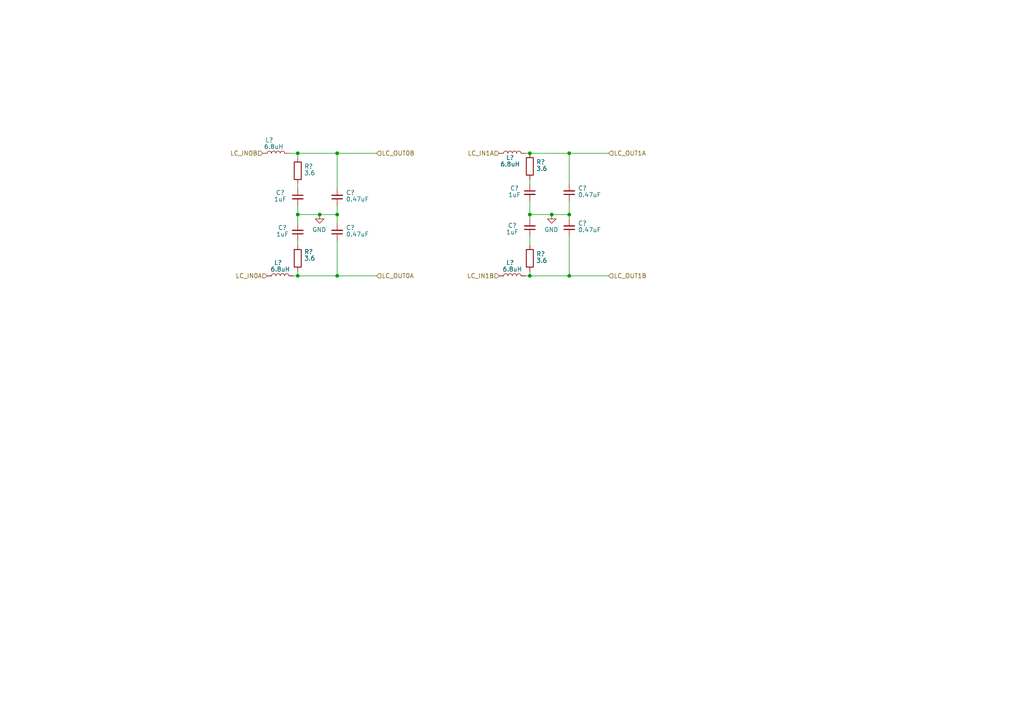
<source format=kicad_sch>
(kicad_sch (version 20211123) (generator eeschema)

  (uuid d18a2fa9-4ed8-4712-b339-6a7ef7f7888d)

  (paper "A4")

  (lib_symbols
    (symbol "Device:C_Small" (pin_numbers hide) (pin_names (offset 0.254) hide) (in_bom yes) (on_board yes)
      (property "Reference" "C" (id 0) (at 0.254 1.778 0)
        (effects (font (size 1.27 1.27)) (justify left))
      )
      (property "Value" "C_Small" (id 1) (at 0.254 -2.032 0)
        (effects (font (size 1.27 1.27)) (justify left))
      )
      (property "Footprint" "" (id 2) (at 0 0 0)
        (effects (font (size 1.27 1.27)) hide)
      )
      (property "Datasheet" "~" (id 3) (at 0 0 0)
        (effects (font (size 1.27 1.27)) hide)
      )
      (property "ki_keywords" "capacitor cap" (id 4) (at 0 0 0)
        (effects (font (size 1.27 1.27)) hide)
      )
      (property "ki_description" "Unpolarized capacitor, small symbol" (id 5) (at 0 0 0)
        (effects (font (size 1.27 1.27)) hide)
      )
      (property "ki_fp_filters" "C_*" (id 6) (at 0 0 0)
        (effects (font (size 1.27 1.27)) hide)
      )
      (symbol "C_Small_0_1"
        (polyline
          (pts
            (xy -1.524 -0.508)
            (xy 1.524 -0.508)
          )
          (stroke (width 0.3302) (type default) (color 0 0 0 0))
          (fill (type none))
        )
        (polyline
          (pts
            (xy -1.524 0.508)
            (xy 1.524 0.508)
          )
          (stroke (width 0.3048) (type default) (color 0 0 0 0))
          (fill (type none))
        )
      )
      (symbol "C_Small_1_1"
        (pin passive line (at 0 2.54 270) (length 2.032)
          (name "~" (effects (font (size 1.27 1.27))))
          (number "1" (effects (font (size 1.27 1.27))))
        )
        (pin passive line (at 0 -2.54 90) (length 2.032)
          (name "~" (effects (font (size 1.27 1.27))))
          (number "2" (effects (font (size 1.27 1.27))))
        )
      )
    )
    (symbol "Device:L" (pin_numbers hide) (pin_names (offset 1.016) hide) (in_bom yes) (on_board yes)
      (property "Reference" "L" (id 0) (at -1.27 0 90)
        (effects (font (size 1.27 1.27)))
      )
      (property "Value" "L" (id 1) (at 1.905 0 90)
        (effects (font (size 1.27 1.27)))
      )
      (property "Footprint" "" (id 2) (at 0 0 0)
        (effects (font (size 1.27 1.27)) hide)
      )
      (property "Datasheet" "~" (id 3) (at 0 0 0)
        (effects (font (size 1.27 1.27)) hide)
      )
      (property "ki_keywords" "inductor choke coil reactor magnetic" (id 4) (at 0 0 0)
        (effects (font (size 1.27 1.27)) hide)
      )
      (property "ki_description" "Inductor" (id 5) (at 0 0 0)
        (effects (font (size 1.27 1.27)) hide)
      )
      (property "ki_fp_filters" "Choke_* *Coil* Inductor_* L_*" (id 6) (at 0 0 0)
        (effects (font (size 1.27 1.27)) hide)
      )
      (symbol "L_0_1"
        (arc (start 0 -2.54) (mid 0.635 -1.905) (end 0 -1.27)
          (stroke (width 0) (type default) (color 0 0 0 0))
          (fill (type none))
        )
        (arc (start 0 -1.27) (mid 0.635 -0.635) (end 0 0)
          (stroke (width 0) (type default) (color 0 0 0 0))
          (fill (type none))
        )
        (arc (start 0 0) (mid 0.635 0.635) (end 0 1.27)
          (stroke (width 0) (type default) (color 0 0 0 0))
          (fill (type none))
        )
        (arc (start 0 1.27) (mid 0.635 1.905) (end 0 2.54)
          (stroke (width 0) (type default) (color 0 0 0 0))
          (fill (type none))
        )
      )
      (symbol "L_1_1"
        (pin passive line (at 0 3.81 270) (length 1.27)
          (name "1" (effects (font (size 1.27 1.27))))
          (number "1" (effects (font (size 1.27 1.27))))
        )
        (pin passive line (at 0 -3.81 90) (length 1.27)
          (name "2" (effects (font (size 1.27 1.27))))
          (number "2" (effects (font (size 1.27 1.27))))
        )
      )
    )
    (symbol "Device:R" (pin_numbers hide) (pin_names (offset 0)) (in_bom yes) (on_board yes)
      (property "Reference" "R" (id 0) (at 2.032 0 90)
        (effects (font (size 1.27 1.27)))
      )
      (property "Value" "R" (id 1) (at 0 0 90)
        (effects (font (size 1.27 1.27)))
      )
      (property "Footprint" "" (id 2) (at -1.778 0 90)
        (effects (font (size 1.27 1.27)) hide)
      )
      (property "Datasheet" "~" (id 3) (at 0 0 0)
        (effects (font (size 1.27 1.27)) hide)
      )
      (property "ki_keywords" "R res resistor" (id 4) (at 0 0 0)
        (effects (font (size 1.27 1.27)) hide)
      )
      (property "ki_description" "Resistor" (id 5) (at 0 0 0)
        (effects (font (size 1.27 1.27)) hide)
      )
      (property "ki_fp_filters" "R_*" (id 6) (at 0 0 0)
        (effects (font (size 1.27 1.27)) hide)
      )
      (symbol "R_0_1"
        (rectangle (start -1.016 -2.54) (end 1.016 2.54)
          (stroke (width 0.254) (type default) (color 0 0 0 0))
          (fill (type none))
        )
      )
      (symbol "R_1_1"
        (pin passive line (at 0 3.81 270) (length 1.27)
          (name "~" (effects (font (size 1.27 1.27))))
          (number "1" (effects (font (size 1.27 1.27))))
        )
        (pin passive line (at 0 -3.81 90) (length 1.27)
          (name "~" (effects (font (size 1.27 1.27))))
          (number "2" (effects (font (size 1.27 1.27))))
        )
      )
    )
    (symbol "power:GND" (power) (pin_names (offset 0)) (in_bom yes) (on_board yes)
      (property "Reference" "#PWR" (id 0) (at 0 -6.35 0)
        (effects (font (size 1.27 1.27)) hide)
      )
      (property "Value" "GND" (id 1) (at 0 -3.81 0)
        (effects (font (size 1.27 1.27)))
      )
      (property "Footprint" "" (id 2) (at 0 0 0)
        (effects (font (size 1.27 1.27)) hide)
      )
      (property "Datasheet" "" (id 3) (at 0 0 0)
        (effects (font (size 1.27 1.27)) hide)
      )
      (property "ki_keywords" "power-flag" (id 4) (at 0 0 0)
        (effects (font (size 1.27 1.27)) hide)
      )
      (property "ki_description" "Power symbol creates a global label with name \"GND\" , ground" (id 5) (at 0 0 0)
        (effects (font (size 1.27 1.27)) hide)
      )
      (symbol "GND_0_1"
        (polyline
          (pts
            (xy 0 0)
            (xy 0 -1.27)
            (xy 1.27 -1.27)
            (xy 0 -2.54)
            (xy -1.27 -1.27)
            (xy 0 -1.27)
          )
          (stroke (width 0) (type default) (color 0 0 0 0))
          (fill (type none))
        )
      )
      (symbol "GND_1_1"
        (pin power_in line (at 0 0 270) (length 0) hide
          (name "GND" (effects (font (size 1.27 1.27))))
          (number "1" (effects (font (size 1.27 1.27))))
        )
      )
    )
  )

  (junction (at 153.67 80.01) (diameter 0) (color 0 0 0 0)
    (uuid 02493846-f958-405f-a516-2171b4bd94f1)
  )
  (junction (at 165.1 44.45) (diameter 0) (color 0 0 0 0)
    (uuid 1517df96-16b7-4fd8-9176-df5e9a5a60fa)
  )
  (junction (at 92.71 62.23) (diameter 0) (color 0 0 0 0)
    (uuid 1cd40068-eea1-4887-9c1f-043110c676a0)
  )
  (junction (at 97.79 44.45) (diameter 0) (color 0 0 0 0)
    (uuid 6d2b84ee-cf92-4bf1-b56c-67184fb6e0cf)
  )
  (junction (at 86.36 62.23) (diameter 0) (color 0 0 0 0)
    (uuid 8f4ede05-4b84-480b-a2d2-7cdf3c1ef57f)
  )
  (junction (at 160.02 62.23) (diameter 0) (color 0 0 0 0)
    (uuid 9b4dc6f0-fbaa-4fd7-98e8-7206d03a2e14)
  )
  (junction (at 153.67 62.23) (diameter 0) (color 0 0 0 0)
    (uuid a27dce9e-55da-45bb-ae4a-6bb034596a04)
  )
  (junction (at 153.67 44.45) (diameter 0) (color 0 0 0 0)
    (uuid cad4c1f3-875b-4046-8c66-6a43b4f2f06e)
  )
  (junction (at 86.36 44.45) (diameter 0) (color 0 0 0 0)
    (uuid d048d222-d936-46ef-a8b5-d87cab7ae70b)
  )
  (junction (at 165.1 80.01) (diameter 0) (color 0 0 0 0)
    (uuid d650b8ff-1b80-47a7-a9fc-ce93c51a7148)
  )
  (junction (at 165.1 62.23) (diameter 0) (color 0 0 0 0)
    (uuid dfcf2993-67f8-4f77-8352-e5a8c0fb465d)
  )
  (junction (at 97.79 80.01) (diameter 0) (color 0 0 0 0)
    (uuid e3a698f8-8f91-4acc-b313-375ae5491249)
  )
  (junction (at 97.79 62.23) (diameter 0) (color 0 0 0 0)
    (uuid e6082a77-5360-485c-84af-ceb1d7be2cd1)
  )
  (junction (at 86.36 80.01) (diameter 0) (color 0 0 0 0)
    (uuid f732a6e0-8963-4906-882f-c315a48e70e8)
  )

  (wire (pts (xy 153.67 58.42) (xy 153.67 62.23))
    (stroke (width 0) (type default) (color 0 0 0 0))
    (uuid 0189025d-0c23-49a5-8346-7ea715d6f9fd)
  )
  (wire (pts (xy 152.4 80.01) (xy 153.67 80.01))
    (stroke (width 0) (type default) (color 0 0 0 0))
    (uuid 08f5bf5c-713b-4c97-b968-59159a5869d8)
  )
  (wire (pts (xy 165.1 62.23) (xy 165.1 63.5))
    (stroke (width 0) (type default) (color 0 0 0 0))
    (uuid 0ccc2d03-a695-4fb1-b87f-44cf3daebaa3)
  )
  (wire (pts (xy 153.67 44.45) (xy 165.1 44.45))
    (stroke (width 0) (type default) (color 0 0 0 0))
    (uuid 0d045cc7-9794-4723-80f0-fac3a9f54cf0)
  )
  (wire (pts (xy 97.79 69.85) (xy 97.79 80.01))
    (stroke (width 0) (type default) (color 0 0 0 0))
    (uuid 23441198-1130-4cfe-b4ba-36c17e16ef6c)
  )
  (wire (pts (xy 97.79 80.01) (xy 109.22 80.01))
    (stroke (width 0) (type default) (color 0 0 0 0))
    (uuid 2987ed79-d6f1-4c34-8490-ea024508db07)
  )
  (wire (pts (xy 86.36 62.23) (xy 86.36 64.77))
    (stroke (width 0) (type default) (color 0 0 0 0))
    (uuid 2b48a2a3-e156-481e-b39b-e26a78c1dcbb)
  )
  (wire (pts (xy 160.02 62.23) (xy 165.1 62.23))
    (stroke (width 0) (type default) (color 0 0 0 0))
    (uuid 3462bd9b-7c5c-4cab-8f4a-cb956177d621)
  )
  (wire (pts (xy 165.1 58.42) (xy 165.1 62.23))
    (stroke (width 0) (type default) (color 0 0 0 0))
    (uuid 47cec1f2-e0e6-43c9-a77b-7152f8a1b321)
  )
  (wire (pts (xy 86.36 59.69) (xy 86.36 62.23))
    (stroke (width 0) (type default) (color 0 0 0 0))
    (uuid 4fe908df-b2df-40ce-bc44-1df0b7b0ed2f)
  )
  (wire (pts (xy 86.36 54.61) (xy 86.36 53.34))
    (stroke (width 0) (type default) (color 0 0 0 0))
    (uuid 504a527c-6370-4e8c-a93c-a193e6eb17f1)
  )
  (wire (pts (xy 153.67 62.23) (xy 153.67 63.5))
    (stroke (width 0) (type default) (color 0 0 0 0))
    (uuid 678fedaa-97b0-430f-8147-24a4b9a0782f)
  )
  (wire (pts (xy 86.36 78.74) (xy 86.36 80.01))
    (stroke (width 0) (type default) (color 0 0 0 0))
    (uuid 7aa0de36-1ebd-4dda-8aa6-654e7fdee81b)
  )
  (wire (pts (xy 86.36 80.01) (xy 97.79 80.01))
    (stroke (width 0) (type default) (color 0 0 0 0))
    (uuid 7d4af979-dd5a-43f2-b3cb-435588928857)
  )
  (wire (pts (xy 97.79 59.69) (xy 97.79 62.23))
    (stroke (width 0) (type default) (color 0 0 0 0))
    (uuid 845efd95-346a-4a8a-b760-a78bddb5b4a4)
  )
  (wire (pts (xy 176.53 80.01) (xy 165.1 80.01))
    (stroke (width 0) (type default) (color 0 0 0 0))
    (uuid 84d5651a-db5c-46e5-a5e6-54c8cce0b92d)
  )
  (wire (pts (xy 97.79 44.45) (xy 109.22 44.45))
    (stroke (width 0) (type default) (color 0 0 0 0))
    (uuid 8d97c4fd-53e2-42c7-91eb-01c16b6bb90c)
  )
  (wire (pts (xy 153.67 68.58) (xy 153.67 71.12))
    (stroke (width 0) (type default) (color 0 0 0 0))
    (uuid 8e742aba-307a-45d9-840f-c97bd9cec9cd)
  )
  (wire (pts (xy 97.79 44.45) (xy 97.79 54.61))
    (stroke (width 0) (type default) (color 0 0 0 0))
    (uuid 92d9d55f-d614-4130-9e59-4c0582f35b68)
  )
  (wire (pts (xy 86.36 62.23) (xy 92.71 62.23))
    (stroke (width 0) (type default) (color 0 0 0 0))
    (uuid 93d21ec3-cda0-4c1c-aad3-b9e325ed704d)
  )
  (wire (pts (xy 153.67 53.34) (xy 153.67 52.07))
    (stroke (width 0) (type default) (color 0 0 0 0))
    (uuid 94b5a0c4-b116-4182-864e-44f61caa1cba)
  )
  (wire (pts (xy 153.67 78.74) (xy 153.67 80.01))
    (stroke (width 0) (type default) (color 0 0 0 0))
    (uuid 9af4ebda-06cf-4e53-b27d-bda02358af19)
  )
  (wire (pts (xy 86.36 45.72) (xy 86.36 44.45))
    (stroke (width 0) (type default) (color 0 0 0 0))
    (uuid 9bd42387-61ce-4d3b-92d7-cbe074dac1eb)
  )
  (wire (pts (xy 92.71 62.23) (xy 97.79 62.23))
    (stroke (width 0) (type default) (color 0 0 0 0))
    (uuid a44b5afd-8672-4f25-92ac-1005e5ac004f)
  )
  (wire (pts (xy 86.36 69.85) (xy 86.36 71.12))
    (stroke (width 0) (type default) (color 0 0 0 0))
    (uuid a97940f6-2d2b-430d-bfd2-14cf5f44a091)
  )
  (wire (pts (xy 165.1 68.58) (xy 165.1 80.01))
    (stroke (width 0) (type default) (color 0 0 0 0))
    (uuid b17e5da2-198e-4bee-8e5d-74c1eaab1946)
  )
  (wire (pts (xy 97.79 62.23) (xy 97.79 64.77))
    (stroke (width 0) (type default) (color 0 0 0 0))
    (uuid b3f57990-3d4a-445e-97ab-426e5461ea36)
  )
  (wire (pts (xy 165.1 44.45) (xy 165.1 53.34))
    (stroke (width 0) (type default) (color 0 0 0 0))
    (uuid c8570c2e-fc2d-487c-a0fa-1a5ac7e36d96)
  )
  (wire (pts (xy 153.67 80.01) (xy 165.1 80.01))
    (stroke (width 0) (type default) (color 0 0 0 0))
    (uuid d0a0da7b-c905-46fb-9cd2-cdee0fd4a4fd)
  )
  (wire (pts (xy 86.36 44.45) (xy 97.79 44.45))
    (stroke (width 0) (type default) (color 0 0 0 0))
    (uuid d9151250-328c-40ce-b989-369eda100946)
  )
  (wire (pts (xy 153.67 62.23) (xy 160.02 62.23))
    (stroke (width 0) (type default) (color 0 0 0 0))
    (uuid e5a79f49-8b36-41d6-9c4f-ff90836ee32e)
  )
  (wire (pts (xy 83.82 44.45) (xy 86.36 44.45))
    (stroke (width 0) (type default) (color 0 0 0 0))
    (uuid ed26dad3-0d45-43a9-998e-72032f5034ce)
  )
  (wire (pts (xy 85.09 80.01) (xy 86.36 80.01))
    (stroke (width 0) (type default) (color 0 0 0 0))
    (uuid ee9b2c27-490b-42fd-984a-b7f315390e8e)
  )
  (wire (pts (xy 152.4 44.45) (xy 153.67 44.45))
    (stroke (width 0) (type default) (color 0 0 0 0))
    (uuid f440d7e9-c238-4518-b5d6-f9a9ba9a92b2)
  )
  (wire (pts (xy 165.1 44.45) (xy 176.53 44.45))
    (stroke (width 0) (type default) (color 0 0 0 0))
    (uuid f7e47834-e17b-4e37-9660-307e9f26b75c)
  )

  (hierarchical_label "LC_OUT0A" (shape input) (at 109.22 80.01 0)
    (effects (font (size 1.27 1.27)) (justify left))
    (uuid 213f38a9-b0fb-4dca-8a4e-28b638772f5c)
  )
  (hierarchical_label "LC_OUT1A" (shape input) (at 176.53 44.45 0)
    (effects (font (size 1.27 1.27)) (justify left))
    (uuid 2e826b4b-fdab-4ded-8d1a-3fd39bd772fe)
  )
  (hierarchical_label "LC_IN1A" (shape input) (at 144.78 44.45 180)
    (effects (font (size 1.27 1.27)) (justify right))
    (uuid 336dc719-c895-45d9-ba83-641a2b3f4cf3)
  )
  (hierarchical_label "LC_IN1B" (shape input) (at 144.78 80.01 180)
    (effects (font (size 1.27 1.27)) (justify right))
    (uuid 41648858-14b0-4af5-adf8-e373bac32fd8)
  )
  (hierarchical_label "LC_OUT1B" (shape input) (at 176.53 80.01 0)
    (effects (font (size 1.27 1.27)) (justify left))
    (uuid 5aff567d-c33e-45a9-a80f-fb9143f0218c)
  )
  (hierarchical_label "LC_IN0A" (shape input) (at 77.47 80.01 180)
    (effects (font (size 1.27 1.27)) (justify right))
    (uuid df3b74ef-e1da-4479-aa56-4e44cec35ce6)
  )
  (hierarchical_label "LC_INOB" (shape input) (at 76.2 44.45 180)
    (effects (font (size 1.27 1.27)) (justify right))
    (uuid efe78d38-67f7-4515-aa8e-96595c7d90d2)
  )
  (hierarchical_label "LC_OUT0B" (shape input) (at 109.22 44.45 0)
    (effects (font (size 1.27 1.27)) (justify left))
    (uuid f503df6b-ed19-4453-93a8-e9cefde05db5)
  )

  (symbol (lib_id "Device:L") (at 148.59 44.45 270) (mirror x) (unit 1)
    (in_bom yes) (on_board yes)
    (uuid 03fbe713-f5e4-41f7-94a7-2f6fbe8f728f)
    (property "Reference" "L?" (id 0) (at 147.955 45.72 90))
    (property "Value" "6.8uH" (id 1) (at 147.955 47.625 90))
    (property "Footprint" "Inductor_Murata_TH:L_Radial_TH_Murata_D16.9_P14.0" (id 2) (at 148.59 44.45 0)
      (effects (font (size 1.27 1.27)) hide)
    )
    (property "Datasheet" "~" (id 3) (at 148.59 44.45 0)
      (effects (font (size 1.27 1.27)) hide)
    )
    (property "manufacturerRef" "RLB9012-6R8ML" (id 4) (at 148.59 44.45 0)
      (effects (font (size 1.27 1.27)) hide)
    )
    (property "property_1" "D9.0xH12.2" (id 5) (at 148.59 44.45 0)
      (effects (font (size 1.27 1.27)) hide)
    )
    (property "price" "1,49" (id 6) (at 148.59 44.45 0)
      (effects (font (size 1.27 1.27)) hide)
    )
    (pin "1" (uuid d4db133b-125a-4e07-86d9-073c1eefae35))
    (pin "2" (uuid dd8de25e-e2a4-43be-a42d-8cd4113a6a52))
  )

  (symbol (lib_id "Device:R") (at 153.67 48.26 0) (mirror y) (unit 1)
    (in_bom yes) (on_board yes)
    (uuid 07058d07-51f9-4549-ab64-2d64f8002bb0)
    (property "Reference" "R?" (id 0) (at 158.115 46.99 0)
      (effects (font (size 1.27 1.27)) (justify left))
    )
    (property "Value" "3.6" (id 1) (at 158.75 48.895 0)
      (effects (font (size 1.27 1.27)) (justify left))
    )
    (property "Footprint" "Resistor_SMD:R_1206_3216Metric" (id 2) (at 155.448 48.26 90)
      (effects (font (size 1.27 1.27)) hide)
    )
    (property "Datasheet" "~" (id 3) (at 153.67 48.26 0)
      (effects (font (size 1.27 1.27)) hide)
    )
    (property "price" "0,14" (id 4) (at 153.67 48.26 0)
      (effects (font (size 1.27 1.27)) hide)
    )
    (pin "1" (uuid 115504bf-9ab5-4fd3-8d1e-83a8073448ac))
    (pin "2" (uuid 2633441c-15c4-492e-a9c3-c1d974e6317e))
  )

  (symbol (lib_id "power:GND") (at 160.02 62.23 0) (mirror y) (unit 1)
    (in_bom yes) (on_board yes)
    (uuid 308ab840-eb27-4847-a828-ebc4852de50e)
    (property "Reference" "#PWR?" (id 0) (at 160.02 68.58 0)
      (effects (font (size 1.27 1.27)) hide)
    )
    (property "Value" "GND" (id 1) (at 159.893 66.6242 0))
    (property "Footprint" "" (id 2) (at 160.02 62.23 0)
      (effects (font (size 1.27 1.27)) hide)
    )
    (property "Datasheet" "" (id 3) (at 160.02 62.23 0)
      (effects (font (size 1.27 1.27)) hide)
    )
    (pin "1" (uuid b7eee0ae-b3b0-49dd-83ca-0df208022ab0))
  )

  (symbol (lib_id "Device:C_Small") (at 97.79 57.15 180) (unit 1)
    (in_bom yes) (on_board yes)
    (uuid 4356c77e-84fd-4c1b-bb67-5b727d119047)
    (property "Reference" "C?" (id 0) (at 100.33 55.88 0)
      (effects (font (size 1.27 1.27)) (justify right))
    )
    (property "Value" "0.47uF" (id 1) (at 100.33 57.785 0)
      (effects (font (size 1.27 1.27)) (justify right))
    )
    (property "Footprint" "Capacitor_TH_TDK:C_Rect_L7.3_W4.5_P5.0" (id 2) (at 96.8248 53.34 0)
      (effects (font (size 1.27 1.27)) hide)
    )
    (property "Datasheet" "~" (id 3) (at 97.79 57.15 0)
      (effects (font (size 1.27 1.27)) hide)
    )
    (property "infineonRef" "C0B1" (id 4) (at 97.79 57.15 0)
      (effects (font (size 1.27 1.27)) hide)
    )
    (property "property_1" "L7.2xW4.5" (id 5) (at 97.79 57.15 0)
      (effects (font (size 1.27 1.27)) hide)
    )
    (pin "1" (uuid 2315577d-fc48-49f9-bd45-157ef0ff3de1))
    (pin "2" (uuid f4a42bdc-b999-4692-ac12-fc6f16f7e9a3))
  )

  (symbol (lib_id "Device:C_Small") (at 165.1 55.88 180) (unit 1)
    (in_bom yes) (on_board yes)
    (uuid 4b2abcfc-ee9f-4b66-bc38-b9f9162847b2)
    (property "Reference" "C?" (id 0) (at 167.64 54.61 0)
      (effects (font (size 1.27 1.27)) (justify right))
    )
    (property "Value" "0.47uF" (id 1) (at 167.64 56.515 0)
      (effects (font (size 1.27 1.27)) (justify right))
    )
    (property "Footprint" "Capacitor_TH_TDK:C_Rect_L7.3_W4.5_P5.0" (id 2) (at 164.1348 52.07 0)
      (effects (font (size 1.27 1.27)) hide)
    )
    (property "Datasheet" "~" (id 3) (at 165.1 55.88 0)
      (effects (font (size 1.27 1.27)) hide)
    )
    (property "infineonRef" "C1A1" (id 4) (at 165.1 55.88 0)
      (effects (font (size 1.27 1.27)) hide)
    )
    (property "property_1" "L7.2xW4.5" (id 5) (at 165.1 55.88 0)
      (effects (font (size 1.27 1.27)) hide)
    )
    (pin "1" (uuid aa7d3639-fb44-4668-866a-f6721aab10c0))
    (pin "2" (uuid 88566479-dca0-4829-8ed9-8a0e90f66ae7))
  )

  (symbol (lib_id "Device:C_Small") (at 86.36 67.31 180) (unit 1)
    (in_bom yes) (on_board yes)
    (uuid 59c2cfd1-58fe-4620-b5a4-41f784ab2a99)
    (property "Reference" "C?" (id 0) (at 81.915 66.04 0))
    (property "Value" "1uF" (id 1) (at 81.915 67.945 0))
    (property "Footprint" "Capacitor_TH_TDK:C_Rect_L7.3_W4.5_P5.0" (id 2) (at 85.3948 63.5 0)
      (effects (font (size 1.27 1.27)) hide)
    )
    (property "Datasheet" "~" (id 3) (at 86.36 67.31 0)
      (effects (font (size 1.27 1.27)) hide)
    )
    (property "property_1" "L13.0xW5.0" (id 4) (at 86.36 67.31 0)
      (effects (font (size 1.27 1.27)) hide)
    )
    (property "infineonRef" "C0B0" (id 5) (at 86.36 67.31 0)
      (effects (font (size 1.27 1.27)) hide)
    )
    (property "price" "0,23" (id 6) (at 86.36 67.31 0)
      (effects (font (size 1.27 1.27)) hide)
    )
    (pin "1" (uuid b652e0a7-d502-4ac1-96cd-07e49c892d0b))
    (pin "2" (uuid b1baad33-e771-4926-ae40-515995e23f8a))
  )

  (symbol (lib_id "Device:L") (at 81.28 80.01 270) (mirror x) (unit 1)
    (in_bom yes) (on_board yes)
    (uuid 654461b3-d0d6-4461-ada7-ee6fc2ab4fba)
    (property "Reference" "L?" (id 0) (at 80.645 76.2 90))
    (property "Value" "6.8uH" (id 1) (at 81.28 78.105 90))
    (property "Footprint" "Inductor_Murata_TH:L_Radial_TH_Murata_D16.9_P14.0" (id 2) (at 81.28 80.01 0)
      (effects (font (size 1.27 1.27)) hide)
    )
    (property "Datasheet" "~" (id 3) (at 81.28 80.01 0)
      (effects (font (size 1.27 1.27)) hide)
    )
    (property "manufacturerRef" "RLB9012-6R8ML" (id 4) (at 81.28 80.01 0)
      (effects (font (size 1.27 1.27)) hide)
    )
    (property "property_1" "D9.0xH12.2" (id 5) (at 81.28 80.01 0)
      (effects (font (size 1.27 1.27)) hide)
    )
    (property "price" "1,49" (id 6) (at 81.28 80.01 0)
      (effects (font (size 1.27 1.27)) hide)
    )
    (pin "1" (uuid 30af96aa-510d-45c7-bd6b-0b9c4a049422))
    (pin "2" (uuid 0d33b552-2457-4ed9-88d0-e3c24b4058b4))
  )

  (symbol (lib_id "Device:L") (at 80.01 44.45 270) (mirror x) (unit 1)
    (in_bom yes) (on_board yes)
    (uuid 6b9a0f60-9f98-4af2-bc47-cdcd111a5e78)
    (property "Reference" "L?" (id 0) (at 78.105 40.64 90))
    (property "Value" "6.8uH" (id 1) (at 79.375 42.545 90))
    (property "Footprint" "Inductor_Murata_TH:L_Radial_TH_Murata_D16.9_P14.0" (id 2) (at 80.01 44.45 0)
      (effects (font (size 1.27 1.27)) hide)
    )
    (property "Datasheet" "~" (id 3) (at 80.01 44.45 0)
      (effects (font (size 1.27 1.27)) hide)
    )
    (property "manufacturerRef" "RLB9012-6R8ML" (id 4) (at 80.01 44.45 0)
      (effects (font (size 1.27 1.27)) hide)
    )
    (property "property_1" "D9.0xH12.2" (id 5) (at 80.01 44.45 0)
      (effects (font (size 1.27 1.27)) hide)
    )
    (property "price" "1,49" (id 6) (at 80.01 44.45 0)
      (effects (font (size 1.27 1.27)) hide)
    )
    (pin "1" (uuid fd304bb2-885b-4cc3-8511-c13cb8119542))
    (pin "2" (uuid 524ac3d9-5c4c-47ae-9bd7-19bed85eb16c))
  )

  (symbol (lib_id "Device:R") (at 86.36 74.93 0) (mirror y) (unit 1)
    (in_bom yes) (on_board yes)
    (uuid 7bc33593-1005-4d0a-8a99-55d2ff17437e)
    (property "Reference" "R?" (id 0) (at 90.805 73.025 0)
      (effects (font (size 1.27 1.27)) (justify left))
    )
    (property "Value" "3.6" (id 1) (at 91.44 74.93 0)
      (effects (font (size 1.27 1.27)) (justify left))
    )
    (property "Footprint" "Resistor_SMD:R_1206_3216Metric" (id 2) (at 88.138 74.93 90)
      (effects (font (size 1.27 1.27)) hide)
    )
    (property "Datasheet" "~" (id 3) (at 86.36 74.93 0)
      (effects (font (size 1.27 1.27)) hide)
    )
    (property "price" "0,14" (id 4) (at 86.36 74.93 0)
      (effects (font (size 1.27 1.27)) hide)
    )
    (pin "1" (uuid 92ae91b9-e294-4426-a15f-a3f08dfef5a9))
    (pin "2" (uuid bc4b5fc3-a851-4c50-ae23-4c7eb533eb67))
  )

  (symbol (lib_id "Device:C_Small") (at 97.79 67.31 180) (unit 1)
    (in_bom yes) (on_board yes)
    (uuid 9923ebd9-967d-4151-8b67-7eca47dbf5cc)
    (property "Reference" "C?" (id 0) (at 100.33 66.04 0)
      (effects (font (size 1.27 1.27)) (justify right))
    )
    (property "Value" "0.47uF" (id 1) (at 100.33 67.945 0)
      (effects (font (size 1.27 1.27)) (justify right))
    )
    (property "Footprint" "Capacitor_TH_TDK:C_Rect_L7.3_W4.5_P5.0" (id 2) (at 96.8248 63.5 0)
      (effects (font (size 1.27 1.27)) hide)
    )
    (property "Datasheet" "~" (id 3) (at 97.79 67.31 0)
      (effects (font (size 1.27 1.27)) hide)
    )
    (property "infineonRef" "C0A1" (id 4) (at 97.79 67.31 0)
      (effects (font (size 1.27 1.27)) hide)
    )
    (property "property_1" "L7.2xW4.5" (id 5) (at 97.79 67.31 0)
      (effects (font (size 1.27 1.27)) hide)
    )
    (pin "1" (uuid 9bdeb43a-64af-4e85-b977-94b64351af6b))
    (pin "2" (uuid 8ae80313-702a-468a-98da-49bee6050c47))
  )

  (symbol (lib_id "power:GND") (at 92.71 62.23 0) (mirror y) (unit 1)
    (in_bom yes) (on_board yes)
    (uuid 9dbd1108-7d68-4265-b47e-7ef91e31f773)
    (property "Reference" "#PWR?" (id 0) (at 92.71 68.58 0)
      (effects (font (size 1.27 1.27)) hide)
    )
    (property "Value" "GND" (id 1) (at 92.583 66.6242 0))
    (property "Footprint" "" (id 2) (at 92.71 62.23 0)
      (effects (font (size 1.27 1.27)) hide)
    )
    (property "Datasheet" "" (id 3) (at 92.71 62.23 0)
      (effects (font (size 1.27 1.27)) hide)
    )
    (pin "1" (uuid b09594f5-cb31-4c83-b6ea-3557d2f2d7e9))
  )

  (symbol (lib_id "Device:R") (at 153.67 74.93 0) (mirror y) (unit 1)
    (in_bom yes) (on_board yes)
    (uuid a8e89848-4c09-4adf-8424-104f01042a3e)
    (property "Reference" "R?" (id 0) (at 158.115 73.66 0)
      (effects (font (size 1.27 1.27)) (justify left))
    )
    (property "Value" "3.6" (id 1) (at 158.75 75.565 0)
      (effects (font (size 1.27 1.27)) (justify left))
    )
    (property "Footprint" "Resistor_SMD:R_1206_3216Metric" (id 2) (at 155.448 74.93 90)
      (effects (font (size 1.27 1.27)) hide)
    )
    (property "Datasheet" "~" (id 3) (at 153.67 74.93 0)
      (effects (font (size 1.27 1.27)) hide)
    )
    (property "price" "0,14" (id 4) (at 153.67 74.93 0)
      (effects (font (size 1.27 1.27)) hide)
    )
    (pin "1" (uuid 537ca58b-df6e-458b-bb3f-db587afb608f))
    (pin "2" (uuid fa4f23e5-3fc4-46c6-ae49-5397b11ff85a))
  )

  (symbol (lib_id "Device:C_Small") (at 153.67 66.04 180) (unit 1)
    (in_bom yes) (on_board yes)
    (uuid a981be59-7da7-4480-9b1c-a4ac26dab7dd)
    (property "Reference" "C?" (id 0) (at 148.59 65.405 0))
    (property "Value" "1uF" (id 1) (at 148.59 67.31 0))
    (property "Footprint" "Capacitor_TH_TDK:C_Rect_L7.3_W4.5_P5.0" (id 2) (at 152.7048 62.23 0)
      (effects (font (size 1.27 1.27)) hide)
    )
    (property "Datasheet" "~" (id 3) (at 153.67 66.04 0)
      (effects (font (size 1.27 1.27)) hide)
    )
    (property "property_1" "L13.0xW5.0" (id 4) (at 153.67 66.04 0)
      (effects (font (size 1.27 1.27)) hide)
    )
    (property "infineonRef" "C1B0" (id 5) (at 153.67 66.04 0)
      (effects (font (size 1.27 1.27)) hide)
    )
    (property "price" "0,23" (id 6) (at 153.67 66.04 0)
      (effects (font (size 1.27 1.27)) hide)
    )
    (pin "1" (uuid 6dddf0b6-c36f-4e67-8eac-25b979ab4e2a))
    (pin "2" (uuid 35a45766-cf5f-43dd-b4cb-f2a7081244e8))
  )

  (symbol (lib_id "Device:R") (at 86.36 49.53 0) (mirror y) (unit 1)
    (in_bom yes) (on_board yes)
    (uuid c7319c81-e94e-4f2d-9029-8593008dc3ae)
    (property "Reference" "R?" (id 0) (at 90.805 48.26 0)
      (effects (font (size 1.27 1.27)) (justify left))
    )
    (property "Value" "3.6" (id 1) (at 91.44 50.165 0)
      (effects (font (size 1.27 1.27)) (justify left))
    )
    (property "Footprint" "Resistor_SMD:R_1206_3216Metric" (id 2) (at 88.138 49.53 90)
      (effects (font (size 1.27 1.27)) hide)
    )
    (property "Datasheet" "~" (id 3) (at 86.36 49.53 0)
      (effects (font (size 1.27 1.27)) hide)
    )
    (property "price" "0,14" (id 4) (at 86.36 49.53 0)
      (effects (font (size 1.27 1.27)) hide)
    )
    (pin "1" (uuid adaa568d-dba0-4c58-b041-50f373ebd6d6))
    (pin "2" (uuid 2c146552-1262-4f30-b4e7-64626286bc18))
  )

  (symbol (lib_id "Device:C_Small") (at 86.36 57.15 0) (mirror y) (unit 1)
    (in_bom yes) (on_board yes)
    (uuid db28749c-59bb-4607-8f86-4280c70a2dfc)
    (property "Reference" "C?" (id 0) (at 81.28 55.88 0))
    (property "Value" "1uF" (id 1) (at 81.28 57.785 0))
    (property "Footprint" "Capacitor_TH_TDK:C_Rect_L7.3_W4.5_P5.0" (id 2) (at 85.3948 60.96 0)
      (effects (font (size 1.27 1.27)) hide)
    )
    (property "Datasheet" "~" (id 3) (at 86.36 57.15 0)
      (effects (font (size 1.27 1.27)) hide)
    )
    (property "property_1" "L13.0xW5.0" (id 4) (at 86.36 57.15 0)
      (effects (font (size 1.27 1.27)) hide)
    )
    (property "infineonRef" "C0A0" (id 5) (at 86.36 57.15 0)
      (effects (font (size 1.27 1.27)) hide)
    )
    (property "price" "0,23" (id 6) (at 86.36 57.15 0)
      (effects (font (size 1.27 1.27)) hide)
    )
    (pin "1" (uuid 5d4d56ef-5b77-416e-ba44-daf7d38c7f7d))
    (pin "2" (uuid 8cde5a19-25e1-4bee-a7ef-b62c36155c0b))
  )

  (symbol (lib_id "Device:L") (at 148.59 80.01 270) (mirror x) (unit 1)
    (in_bom yes) (on_board yes)
    (uuid dcb01401-165b-4fd3-918c-28841cf57083)
    (property "Reference" "L?" (id 0) (at 147.955 76.2 90))
    (property "Value" "6.8uH" (id 1) (at 148.59 78.105 90))
    (property "Footprint" "Inductor_Murata_TH:L_Radial_TH_Murata_D16.9_P14.0" (id 2) (at 148.59 80.01 0)
      (effects (font (size 1.27 1.27)) hide)
    )
    (property "Datasheet" "~" (id 3) (at 148.59 80.01 0)
      (effects (font (size 1.27 1.27)) hide)
    )
    (property "manufacturerRef" "RLB9012-6R8ML" (id 4) (at 148.59 80.01 0)
      (effects (font (size 1.27 1.27)) hide)
    )
    (property "property_1" "D9.0xH12.2" (id 5) (at 148.59 80.01 0)
      (effects (font (size 1.27 1.27)) hide)
    )
    (property "price" "1,49" (id 6) (at 148.59 80.01 0)
      (effects (font (size 1.27 1.27)) hide)
    )
    (pin "1" (uuid c4280f92-6c37-4e2d-bc43-626e2f0ea5a9))
    (pin "2" (uuid 040a5657-05fa-4298-b4e2-06f35cca45d4))
  )

  (symbol (lib_id "Device:C_Small") (at 165.1 66.04 180) (unit 1)
    (in_bom yes) (on_board yes)
    (uuid f1c5c1aa-9adf-4b9a-b4c2-b9ed57871fd3)
    (property "Reference" "C?" (id 0) (at 167.64 64.77 0)
      (effects (font (size 1.27 1.27)) (justify right))
    )
    (property "Value" "0.47uF" (id 1) (at 167.64 66.675 0)
      (effects (font (size 1.27 1.27)) (justify right))
    )
    (property "Footprint" "Capacitor_TH_TDK:C_Rect_L7.3_W4.5_P5.0" (id 2) (at 164.1348 62.23 0)
      (effects (font (size 1.27 1.27)) hide)
    )
    (property "Datasheet" "~" (id 3) (at 165.1 66.04 0)
      (effects (font (size 1.27 1.27)) hide)
    )
    (property "infineonRef" "C1B1" (id 4) (at 165.1 66.04 0)
      (effects (font (size 1.27 1.27)) hide)
    )
    (property "property_1" "L7.2xW4.5" (id 5) (at 165.1 66.04 0)
      (effects (font (size 1.27 1.27)) hide)
    )
    (pin "1" (uuid 85c78792-824b-4b87-8545-675fb74a5cd9))
    (pin "2" (uuid 4147a864-3f30-453e-945d-c5e2d771624b))
  )

  (symbol (lib_id "Device:C_Small") (at 153.67 55.88 0) (mirror y) (unit 1)
    (in_bom yes) (on_board yes)
    (uuid ff43dd3b-ab76-4448-8409-87171289d9db)
    (property "Reference" "C?" (id 0) (at 149.225 54.61 0))
    (property "Value" "1uF" (id 1) (at 149.225 56.515 0))
    (property "Footprint" "Capacitor_TH_TDK:C_Rect_L7.3_W4.5_P5.0" (id 2) (at 152.7048 59.69 0)
      (effects (font (size 1.27 1.27)) hide)
    )
    (property "Datasheet" "~" (id 3) (at 153.67 55.88 0)
      (effects (font (size 1.27 1.27)) hide)
    )
    (property "property_1" "L13.0xW5.0" (id 4) (at 153.67 55.88 0)
      (effects (font (size 1.27 1.27)) hide)
    )
    (property "infineonRef" "C1A0" (id 5) (at 153.67 55.88 0)
      (effects (font (size 1.27 1.27)) hide)
    )
    (property "price" "0,23" (id 6) (at 153.67 55.88 0)
      (effects (font (size 1.27 1.27)) hide)
    )
    (pin "1" (uuid 9451f4a8-b1fe-4f5a-88b9-4b95f38c03a8))
    (pin "2" (uuid 1d26caeb-ae63-47f5-b446-92616dcc693b))
  )
)

</source>
